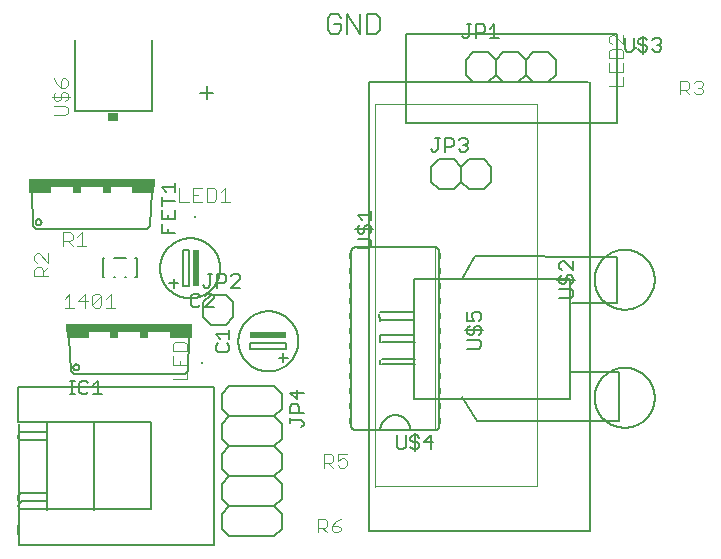
<source format=gbr>
G04 EAGLE Gerber X2 export*
%TF.Part,Single*%
%TF.FileFunction,Legend,Top,1*%
%TF.FilePolarity,Positive*%
%TF.GenerationSoftware,Autodesk,EAGLE,8.6.3*%
%TF.CreationDate,2018-07-14T15:57:14Z*%
G75*
%MOMM*%
%FSLAX34Y34*%
%LPD*%
%AMOC8*
5,1,8,0,0,1.08239X$1,22.5*%
G01*
%ADD10C,0.101600*%
%ADD11C,0.152400*%
%ADD12C,0.127000*%
%ADD13R,10.668000X0.762000*%
%ADD14R,1.905000X0.508000*%
%ADD15R,0.762000X0.508000*%
%ADD16C,0.000000*%
%ADD17R,3.048000X0.508000*%
%ADD18R,0.508000X3.048000*%
%ADD19C,0.203200*%
%ADD20R,0.863600X0.762000*%
%ADD21C,0.050800*%
%ADD22R,0.127000X0.508000*%
%ADD23R,0.200000X0.200000*%


D10*
X43108Y212204D02*
X47006Y216102D01*
X47006Y204408D01*
X43108Y204408D02*
X50904Y204408D01*
X60649Y204408D02*
X60649Y216102D01*
X54802Y210255D01*
X62598Y210255D01*
X66496Y206357D02*
X66496Y214153D01*
X68445Y216102D01*
X72343Y216102D01*
X74292Y214153D01*
X74292Y206357D01*
X72343Y204408D01*
X68445Y204408D01*
X66496Y206357D01*
X74292Y214153D01*
X78190Y212204D02*
X82088Y216102D01*
X82088Y204408D01*
X78190Y204408D02*
X85986Y204408D01*
D11*
X157862Y386397D02*
X168709Y386397D01*
X163285Y391820D02*
X163285Y380974D01*
X274297Y452832D02*
X277009Y450120D01*
X274297Y452832D02*
X268874Y452832D01*
X266162Y450120D01*
X266162Y439274D01*
X268874Y436562D01*
X274297Y436562D01*
X277009Y439274D01*
X277009Y444697D01*
X271585Y444697D01*
X282534Y436562D02*
X282534Y452832D01*
X293380Y436562D01*
X293380Y452832D01*
X298905Y452832D02*
X298905Y436562D01*
X307040Y436562D01*
X309752Y439274D01*
X309752Y450120D01*
X307040Y452832D01*
X298905Y452832D01*
D12*
X116800Y302470D02*
X115530Y273260D01*
X112990Y270720D01*
X19010Y270720D01*
X16470Y273260D01*
X15200Y302470D01*
X18502Y276816D02*
X18504Y276916D01*
X18510Y277017D01*
X18520Y277116D01*
X18534Y277216D01*
X18551Y277315D01*
X18573Y277413D01*
X18599Y277510D01*
X18628Y277606D01*
X18661Y277700D01*
X18698Y277794D01*
X18738Y277886D01*
X18782Y277976D01*
X18830Y278064D01*
X18881Y278151D01*
X18935Y278235D01*
X18993Y278317D01*
X19054Y278397D01*
X19118Y278474D01*
X19185Y278549D01*
X19255Y278621D01*
X19328Y278690D01*
X19403Y278756D01*
X19481Y278820D01*
X19561Y278880D01*
X19644Y278937D01*
X19729Y278990D01*
X19816Y279040D01*
X19905Y279087D01*
X19995Y279130D01*
X20087Y279170D01*
X20181Y279206D01*
X20276Y279238D01*
X20372Y279266D01*
X20470Y279291D01*
X20568Y279311D01*
X20667Y279328D01*
X20767Y279341D01*
X20866Y279350D01*
X20967Y279355D01*
X21067Y279356D01*
X21167Y279353D01*
X21268Y279346D01*
X21367Y279335D01*
X21467Y279320D01*
X21565Y279302D01*
X21663Y279279D01*
X21760Y279252D01*
X21855Y279222D01*
X21950Y279188D01*
X22043Y279150D01*
X22134Y279109D01*
X22224Y279064D01*
X22312Y279016D01*
X22398Y278964D01*
X22482Y278909D01*
X22563Y278850D01*
X22642Y278788D01*
X22719Y278724D01*
X22793Y278656D01*
X22864Y278585D01*
X22933Y278512D01*
X22998Y278436D01*
X23061Y278357D01*
X23120Y278276D01*
X23176Y278193D01*
X23229Y278108D01*
X23278Y278020D01*
X23324Y277931D01*
X23366Y277840D01*
X23405Y277747D01*
X23440Y277653D01*
X23471Y277558D01*
X23499Y277461D01*
X23522Y277364D01*
X23542Y277265D01*
X23558Y277166D01*
X23570Y277067D01*
X23578Y276966D01*
X23582Y276866D01*
X23582Y276766D01*
X23578Y276666D01*
X23570Y276565D01*
X23558Y276466D01*
X23542Y276367D01*
X23522Y276268D01*
X23499Y276171D01*
X23471Y276074D01*
X23440Y275979D01*
X23405Y275885D01*
X23366Y275792D01*
X23324Y275701D01*
X23278Y275612D01*
X23229Y275524D01*
X23176Y275439D01*
X23120Y275356D01*
X23061Y275275D01*
X22998Y275196D01*
X22933Y275120D01*
X22864Y275047D01*
X22793Y274976D01*
X22719Y274908D01*
X22642Y274844D01*
X22563Y274782D01*
X22482Y274723D01*
X22398Y274668D01*
X22312Y274616D01*
X22224Y274568D01*
X22134Y274523D01*
X22043Y274482D01*
X21950Y274444D01*
X21855Y274410D01*
X21760Y274380D01*
X21663Y274353D01*
X21565Y274330D01*
X21467Y274312D01*
X21367Y274297D01*
X21268Y274286D01*
X21167Y274279D01*
X21067Y274276D01*
X20967Y274277D01*
X20866Y274282D01*
X20767Y274291D01*
X20667Y274304D01*
X20568Y274321D01*
X20470Y274341D01*
X20372Y274366D01*
X20276Y274394D01*
X20181Y274426D01*
X20087Y274462D01*
X19995Y274502D01*
X19905Y274545D01*
X19816Y274592D01*
X19729Y274642D01*
X19644Y274695D01*
X19561Y274752D01*
X19481Y274812D01*
X19403Y274876D01*
X19328Y274942D01*
X19255Y275011D01*
X19185Y275083D01*
X19118Y275158D01*
X19054Y275235D01*
X18993Y275315D01*
X18935Y275397D01*
X18881Y275481D01*
X18830Y275568D01*
X18782Y275656D01*
X18738Y275746D01*
X18698Y275838D01*
X18661Y275932D01*
X18628Y276026D01*
X18599Y276122D01*
X18573Y276219D01*
X18551Y276317D01*
X18534Y276416D01*
X18520Y276516D01*
X18510Y276615D01*
X18504Y276716D01*
X18502Y276816D01*
D13*
X66000Y310090D03*
D14*
X22185Y303740D03*
D15*
X53300Y303740D03*
X78700Y303740D03*
D14*
X109815Y303740D03*
D12*
X125177Y267535D02*
X136617Y267535D01*
X125177Y267535D02*
X125177Y275162D01*
X130897Y271348D02*
X130897Y267535D01*
X125177Y279229D02*
X125177Y286855D01*
X125177Y279229D02*
X136617Y279229D01*
X136617Y286855D01*
X130897Y283042D02*
X130897Y279229D01*
X136617Y294736D02*
X125177Y294736D01*
X125177Y290923D02*
X125177Y298549D01*
X128991Y302617D02*
X125177Y306430D01*
X136617Y306430D01*
X136617Y302617D02*
X136617Y310243D01*
D11*
X104020Y246600D02*
X104020Y230400D01*
X75580Y230400D02*
X75580Y246600D01*
X84580Y246600D02*
X95020Y246600D01*
X85520Y230400D02*
X84580Y230400D01*
X94080Y230400D02*
X95020Y230400D01*
X76520Y230400D02*
X75580Y230400D01*
X103080Y230400D02*
X104020Y230400D01*
X104020Y246600D02*
X103080Y246600D01*
X76520Y246600D02*
X75580Y246600D01*
D12*
X148700Y179670D02*
X147430Y150460D01*
X144890Y147920D01*
X50910Y147920D01*
X48370Y150460D01*
X47100Y179670D01*
X50402Y154016D02*
X50404Y154116D01*
X50410Y154217D01*
X50420Y154316D01*
X50434Y154416D01*
X50451Y154515D01*
X50473Y154613D01*
X50499Y154710D01*
X50528Y154806D01*
X50561Y154900D01*
X50598Y154994D01*
X50638Y155086D01*
X50682Y155176D01*
X50730Y155264D01*
X50781Y155351D01*
X50835Y155435D01*
X50893Y155517D01*
X50954Y155597D01*
X51018Y155674D01*
X51085Y155749D01*
X51155Y155821D01*
X51228Y155890D01*
X51303Y155956D01*
X51381Y156020D01*
X51461Y156080D01*
X51544Y156137D01*
X51629Y156190D01*
X51716Y156240D01*
X51805Y156287D01*
X51895Y156330D01*
X51987Y156370D01*
X52081Y156406D01*
X52176Y156438D01*
X52272Y156466D01*
X52370Y156491D01*
X52468Y156511D01*
X52567Y156528D01*
X52667Y156541D01*
X52766Y156550D01*
X52867Y156555D01*
X52967Y156556D01*
X53067Y156553D01*
X53168Y156546D01*
X53267Y156535D01*
X53367Y156520D01*
X53465Y156502D01*
X53563Y156479D01*
X53660Y156452D01*
X53755Y156422D01*
X53850Y156388D01*
X53943Y156350D01*
X54034Y156309D01*
X54124Y156264D01*
X54212Y156216D01*
X54298Y156164D01*
X54382Y156109D01*
X54463Y156050D01*
X54542Y155988D01*
X54619Y155924D01*
X54693Y155856D01*
X54764Y155785D01*
X54833Y155712D01*
X54898Y155636D01*
X54961Y155557D01*
X55020Y155476D01*
X55076Y155393D01*
X55129Y155308D01*
X55178Y155220D01*
X55224Y155131D01*
X55266Y155040D01*
X55305Y154947D01*
X55340Y154853D01*
X55371Y154758D01*
X55399Y154661D01*
X55422Y154564D01*
X55442Y154465D01*
X55458Y154366D01*
X55470Y154267D01*
X55478Y154166D01*
X55482Y154066D01*
X55482Y153966D01*
X55478Y153866D01*
X55470Y153765D01*
X55458Y153666D01*
X55442Y153567D01*
X55422Y153468D01*
X55399Y153371D01*
X55371Y153274D01*
X55340Y153179D01*
X55305Y153085D01*
X55266Y152992D01*
X55224Y152901D01*
X55178Y152812D01*
X55129Y152724D01*
X55076Y152639D01*
X55020Y152556D01*
X54961Y152475D01*
X54898Y152396D01*
X54833Y152320D01*
X54764Y152247D01*
X54693Y152176D01*
X54619Y152108D01*
X54542Y152044D01*
X54463Y151982D01*
X54382Y151923D01*
X54298Y151868D01*
X54212Y151816D01*
X54124Y151768D01*
X54034Y151723D01*
X53943Y151682D01*
X53850Y151644D01*
X53755Y151610D01*
X53660Y151580D01*
X53563Y151553D01*
X53465Y151530D01*
X53367Y151512D01*
X53267Y151497D01*
X53168Y151486D01*
X53067Y151479D01*
X52967Y151476D01*
X52867Y151477D01*
X52766Y151482D01*
X52667Y151491D01*
X52567Y151504D01*
X52468Y151521D01*
X52370Y151541D01*
X52272Y151566D01*
X52176Y151594D01*
X52081Y151626D01*
X51987Y151662D01*
X51895Y151702D01*
X51805Y151745D01*
X51716Y151792D01*
X51629Y151842D01*
X51544Y151895D01*
X51461Y151952D01*
X51381Y152012D01*
X51303Y152076D01*
X51228Y152142D01*
X51155Y152211D01*
X51085Y152283D01*
X51018Y152358D01*
X50954Y152435D01*
X50893Y152515D01*
X50835Y152597D01*
X50781Y152681D01*
X50730Y152768D01*
X50682Y152856D01*
X50638Y152946D01*
X50598Y153038D01*
X50561Y153132D01*
X50528Y153226D01*
X50499Y153322D01*
X50473Y153419D01*
X50451Y153517D01*
X50434Y153616D01*
X50420Y153716D01*
X50410Y153815D01*
X50404Y153916D01*
X50402Y154016D01*
X51548Y131283D02*
X47735Y131283D01*
X49642Y131283D02*
X49642Y142723D01*
X51548Y142723D02*
X47735Y142723D01*
X61251Y142723D02*
X63157Y140816D01*
X61251Y142723D02*
X57438Y142723D01*
X55531Y140816D01*
X55531Y133190D01*
X57438Y131283D01*
X61251Y131283D01*
X63157Y133190D01*
X67225Y138910D02*
X71038Y142723D01*
X71038Y131283D01*
X67225Y131283D02*
X74851Y131283D01*
D13*
X97900Y187290D03*
D14*
X54085Y180940D03*
D15*
X85200Y180940D03*
X110600Y180940D03*
D14*
X141715Y180940D03*
D12*
X3600Y137540D02*
X3600Y107240D01*
X169500Y137540D02*
X169500Y3560D01*
X169500Y137540D02*
X3600Y137540D01*
X3600Y107240D02*
X28100Y107240D01*
X68100Y107240D01*
X116470Y107240D01*
X116470Y34210D01*
X4600Y34210D01*
X3600Y20560D02*
X4100Y3560D01*
X169500Y3560D01*
X68100Y33560D02*
X68100Y107240D01*
X28100Y107240D02*
X28100Y47560D01*
X28100Y40560D01*
X28100Y33560D01*
X4100Y102240D02*
X4100Y106240D01*
X4100Y102240D02*
X4102Y102133D01*
X4108Y102026D01*
X4117Y101919D01*
X4131Y101813D01*
X4148Y101707D01*
X4169Y101602D01*
X4193Y101498D01*
X4222Y101395D01*
X4254Y101293D01*
X4289Y101192D01*
X4328Y101092D01*
X4371Y100994D01*
X4417Y100897D01*
X4467Y100802D01*
X4520Y100709D01*
X4576Y100618D01*
X4636Y100529D01*
X4698Y100442D01*
X4764Y100358D01*
X4833Y100275D01*
X4904Y100196D01*
X4979Y100119D01*
X5056Y100044D01*
X5135Y99973D01*
X5218Y99904D01*
X5302Y99838D01*
X5389Y99776D01*
X5478Y99716D01*
X5569Y99660D01*
X5662Y99607D01*
X5757Y99557D01*
X5854Y99511D01*
X5952Y99468D01*
X6052Y99429D01*
X6153Y99394D01*
X6255Y99362D01*
X6358Y99333D01*
X6462Y99309D01*
X6567Y99288D01*
X6673Y99271D01*
X6779Y99257D01*
X6886Y99248D01*
X6993Y99242D01*
X7100Y99240D01*
X27100Y99240D01*
X4100Y33560D02*
X4100Y3560D01*
X4100Y33560D02*
X4100Y36560D01*
X4085Y36677D01*
X4074Y36795D01*
X4067Y36913D01*
X4064Y37031D01*
X4065Y37149D01*
X4070Y37267D01*
X4079Y37385D01*
X4092Y37503D01*
X4109Y37619D01*
X4129Y37736D01*
X4154Y37851D01*
X4182Y37966D01*
X4214Y38080D01*
X4250Y38192D01*
X4290Y38304D01*
X4333Y38414D01*
X4380Y38522D01*
X4431Y38629D01*
X4485Y38734D01*
X4543Y38837D01*
X4604Y38938D01*
X4668Y39037D01*
X4736Y39134D01*
X4807Y39229D01*
X4881Y39321D01*
X4958Y39410D01*
X5038Y39497D01*
X5121Y39581D01*
X5207Y39663D01*
X5295Y39741D01*
X5386Y39817D01*
X5479Y39889D01*
X5575Y39959D01*
X5673Y40025D01*
X5773Y40087D01*
X5875Y40147D01*
X5979Y40203D01*
X6085Y40255D01*
X6193Y40304D01*
X6302Y40349D01*
X6413Y40391D01*
X6525Y40429D01*
X6638Y40463D01*
X6752Y40493D01*
X6867Y40519D01*
X6983Y40542D01*
X7100Y40560D01*
X28100Y40560D01*
X4100Y41560D02*
X4100Y36560D01*
X4100Y41560D02*
X4043Y41679D01*
X3989Y41801D01*
X3938Y41923D01*
X3892Y42047D01*
X3849Y42173D01*
X3809Y42299D01*
X3774Y42427D01*
X3742Y42556D01*
X3714Y42685D01*
X3690Y42815D01*
X3670Y42946D01*
X3654Y43078D01*
X3642Y43210D01*
X3633Y43342D01*
X3629Y43475D01*
X3628Y43607D01*
X3632Y43740D01*
X3639Y43872D01*
X3650Y44004D01*
X3665Y44136D01*
X3684Y44267D01*
X3707Y44397D01*
X3734Y44527D01*
X3764Y44656D01*
X3799Y44784D01*
X3837Y44911D01*
X3879Y45037D01*
X3925Y45161D01*
X3974Y45284D01*
X4027Y45406D01*
X4083Y45526D01*
X4143Y45644D01*
X4207Y45760D01*
X4274Y45875D01*
X4344Y45987D01*
X4417Y46097D01*
X4494Y46205D01*
X4574Y46311D01*
X4657Y46414D01*
X4743Y46515D01*
X4832Y46613D01*
X4924Y46709D01*
X5019Y46801D01*
X5116Y46891D01*
X5216Y46978D01*
X5319Y47062D01*
X5424Y47143D01*
X5531Y47221D01*
X5641Y47295D01*
X5753Y47366D01*
X5867Y47434D01*
X5982Y47499D01*
X6100Y47560D01*
X28100Y47560D01*
X6100Y92240D02*
X5996Y92277D01*
X5893Y92317D01*
X5792Y92361D01*
X5692Y92409D01*
X5594Y92459D01*
X5498Y92514D01*
X5404Y92571D01*
X5312Y92632D01*
X5222Y92696D01*
X5134Y92763D01*
X5049Y92833D01*
X4966Y92906D01*
X4886Y92982D01*
X4809Y93061D01*
X4734Y93142D01*
X4662Y93226D01*
X4594Y93312D01*
X4528Y93401D01*
X4465Y93492D01*
X4406Y93585D01*
X4350Y93680D01*
X4297Y93777D01*
X4248Y93875D01*
X4202Y93976D01*
X4159Y94078D01*
X4121Y94181D01*
X4085Y94286D01*
X4054Y94392D01*
X4026Y94498D01*
X4002Y94606D01*
X3982Y94715D01*
X3966Y94824D01*
X3953Y94933D01*
X3944Y95043D01*
X3939Y95154D01*
X3938Y95264D01*
X3941Y95374D01*
X3947Y95485D01*
X3958Y95594D01*
X3972Y95704D01*
X3990Y95813D01*
X4012Y95921D01*
X4038Y96028D01*
X4067Y96135D01*
X4100Y96240D01*
X6100Y92240D02*
X27100Y92240D01*
X4100Y96240D02*
X4100Y102240D01*
X4100Y96240D02*
X4100Y33560D01*
D10*
X262510Y69118D02*
X262510Y80812D01*
X268357Y80812D01*
X270306Y78863D01*
X270306Y74965D01*
X268357Y73016D01*
X262510Y73016D01*
X266408Y73016D02*
X270306Y69118D01*
X274204Y80812D02*
X282000Y80812D01*
X274204Y80812D02*
X274204Y74965D01*
X278102Y76914D01*
X280051Y76914D01*
X282000Y74965D01*
X282000Y71067D01*
X280051Y69118D01*
X276153Y69118D01*
X274204Y71067D01*
X257418Y25792D02*
X257418Y14098D01*
X257418Y25792D02*
X263265Y25792D01*
X265214Y23843D01*
X265214Y19945D01*
X263265Y17996D01*
X257418Y17996D01*
X261316Y17996D02*
X265214Y14098D01*
X273010Y23843D02*
X276908Y25792D01*
X273010Y23843D02*
X269112Y19945D01*
X269112Y16047D01*
X271061Y14098D01*
X274959Y14098D01*
X276908Y16047D01*
X276908Y17996D01*
X274959Y19945D01*
X269112Y19945D01*
D16*
X306000Y53200D02*
X306000Y377200D01*
X443000Y377200D01*
X443000Y53200D01*
X306000Y53200D01*
X306000Y52200D01*
D12*
X462067Y212528D02*
X471600Y212528D01*
X473507Y214435D01*
X473507Y218248D01*
X471600Y220155D01*
X462067Y220155D01*
X471600Y224222D02*
X473507Y226129D01*
X473507Y229942D01*
X471600Y231848D01*
X469694Y231848D01*
X467787Y229942D01*
X467787Y226129D01*
X465881Y224222D01*
X463974Y224222D01*
X462067Y226129D01*
X462067Y229942D01*
X463974Y231848D01*
X460161Y228035D02*
X475414Y228035D01*
X473507Y235916D02*
X473507Y243542D01*
X473507Y235916D02*
X465881Y243542D01*
X463974Y243542D01*
X462067Y241636D01*
X462067Y237823D01*
X463974Y235916D01*
X379500Y228400D02*
X339100Y228400D01*
X379500Y228400D02*
X471400Y228400D01*
X471400Y127400D01*
X339100Y127400D01*
X339100Y228400D01*
X379500Y128400D02*
X392500Y108400D01*
X512500Y108400D01*
X512500Y150400D01*
X471500Y150400D01*
X379500Y228400D02*
X390500Y248400D01*
X510500Y247400D01*
X510500Y208400D01*
X472500Y208400D01*
X338500Y200400D02*
X310500Y200400D01*
X310500Y194400D02*
X338500Y194400D01*
X338500Y181400D02*
X310500Y181400D01*
X311500Y175400D02*
X339500Y175400D01*
X339500Y161400D02*
X311500Y161400D01*
X311500Y156400D02*
X339500Y156400D01*
X310500Y193400D02*
X309500Y199400D01*
X310500Y180400D02*
X310500Y175400D01*
X310500Y160400D02*
X310500Y156400D01*
X491900Y228200D02*
X491908Y228823D01*
X491931Y229446D01*
X491969Y230069D01*
X492022Y230690D01*
X492091Y231309D01*
X492175Y231927D01*
X492274Y232542D01*
X492388Y233155D01*
X492517Y233765D01*
X492661Y234372D01*
X492820Y234975D01*
X492994Y235573D01*
X493182Y236168D01*
X493385Y236757D01*
X493602Y237341D01*
X493833Y237920D01*
X494079Y238493D01*
X494339Y239060D01*
X494612Y239620D01*
X494899Y240173D01*
X495200Y240720D01*
X495514Y241258D01*
X495841Y241789D01*
X496181Y242311D01*
X496533Y242826D01*
X496899Y243331D01*
X497276Y243827D01*
X497666Y244314D01*
X498067Y244791D01*
X498480Y245258D01*
X498904Y245714D01*
X499339Y246161D01*
X499786Y246596D01*
X500242Y247020D01*
X500709Y247433D01*
X501186Y247834D01*
X501673Y248224D01*
X502169Y248601D01*
X502674Y248967D01*
X503189Y249319D01*
X503711Y249659D01*
X504242Y249986D01*
X504780Y250300D01*
X505327Y250601D01*
X505880Y250888D01*
X506440Y251161D01*
X507007Y251421D01*
X507580Y251667D01*
X508159Y251898D01*
X508743Y252115D01*
X509332Y252318D01*
X509927Y252506D01*
X510525Y252680D01*
X511128Y252839D01*
X511735Y252983D01*
X512345Y253112D01*
X512958Y253226D01*
X513573Y253325D01*
X514191Y253409D01*
X514810Y253478D01*
X515431Y253531D01*
X516054Y253569D01*
X516677Y253592D01*
X517300Y253600D01*
X517923Y253592D01*
X518546Y253569D01*
X519169Y253531D01*
X519790Y253478D01*
X520409Y253409D01*
X521027Y253325D01*
X521642Y253226D01*
X522255Y253112D01*
X522865Y252983D01*
X523472Y252839D01*
X524075Y252680D01*
X524673Y252506D01*
X525268Y252318D01*
X525857Y252115D01*
X526441Y251898D01*
X527020Y251667D01*
X527593Y251421D01*
X528160Y251161D01*
X528720Y250888D01*
X529273Y250601D01*
X529820Y250300D01*
X530358Y249986D01*
X530889Y249659D01*
X531411Y249319D01*
X531926Y248967D01*
X532431Y248601D01*
X532927Y248224D01*
X533414Y247834D01*
X533891Y247433D01*
X534358Y247020D01*
X534814Y246596D01*
X535261Y246161D01*
X535696Y245714D01*
X536120Y245258D01*
X536533Y244791D01*
X536934Y244314D01*
X537324Y243827D01*
X537701Y243331D01*
X538067Y242826D01*
X538419Y242311D01*
X538759Y241789D01*
X539086Y241258D01*
X539400Y240720D01*
X539701Y240173D01*
X539988Y239620D01*
X540261Y239060D01*
X540521Y238493D01*
X540767Y237920D01*
X540998Y237341D01*
X541215Y236757D01*
X541418Y236168D01*
X541606Y235573D01*
X541780Y234975D01*
X541939Y234372D01*
X542083Y233765D01*
X542212Y233155D01*
X542326Y232542D01*
X542425Y231927D01*
X542509Y231309D01*
X542578Y230690D01*
X542631Y230069D01*
X542669Y229446D01*
X542692Y228823D01*
X542700Y228200D01*
X542692Y227577D01*
X542669Y226954D01*
X542631Y226331D01*
X542578Y225710D01*
X542509Y225091D01*
X542425Y224473D01*
X542326Y223858D01*
X542212Y223245D01*
X542083Y222635D01*
X541939Y222028D01*
X541780Y221425D01*
X541606Y220827D01*
X541418Y220232D01*
X541215Y219643D01*
X540998Y219059D01*
X540767Y218480D01*
X540521Y217907D01*
X540261Y217340D01*
X539988Y216780D01*
X539701Y216227D01*
X539400Y215680D01*
X539086Y215142D01*
X538759Y214611D01*
X538419Y214089D01*
X538067Y213574D01*
X537701Y213069D01*
X537324Y212573D01*
X536934Y212086D01*
X536533Y211609D01*
X536120Y211142D01*
X535696Y210686D01*
X535261Y210239D01*
X534814Y209804D01*
X534358Y209380D01*
X533891Y208967D01*
X533414Y208566D01*
X532927Y208176D01*
X532431Y207799D01*
X531926Y207433D01*
X531411Y207081D01*
X530889Y206741D01*
X530358Y206414D01*
X529820Y206100D01*
X529273Y205799D01*
X528720Y205512D01*
X528160Y205239D01*
X527593Y204979D01*
X527020Y204733D01*
X526441Y204502D01*
X525857Y204285D01*
X525268Y204082D01*
X524673Y203894D01*
X524075Y203720D01*
X523472Y203561D01*
X522865Y203417D01*
X522255Y203288D01*
X521642Y203174D01*
X521027Y203075D01*
X520409Y202991D01*
X519790Y202922D01*
X519169Y202869D01*
X518546Y202831D01*
X517923Y202808D01*
X517300Y202800D01*
X516677Y202808D01*
X516054Y202831D01*
X515431Y202869D01*
X514810Y202922D01*
X514191Y202991D01*
X513573Y203075D01*
X512958Y203174D01*
X512345Y203288D01*
X511735Y203417D01*
X511128Y203561D01*
X510525Y203720D01*
X509927Y203894D01*
X509332Y204082D01*
X508743Y204285D01*
X508159Y204502D01*
X507580Y204733D01*
X507007Y204979D01*
X506440Y205239D01*
X505880Y205512D01*
X505327Y205799D01*
X504780Y206100D01*
X504242Y206414D01*
X503711Y206741D01*
X503189Y207081D01*
X502674Y207433D01*
X502169Y207799D01*
X501673Y208176D01*
X501186Y208566D01*
X500709Y208967D01*
X500242Y209380D01*
X499786Y209804D01*
X499339Y210239D01*
X498904Y210686D01*
X498480Y211142D01*
X498067Y211609D01*
X497666Y212086D01*
X497276Y212573D01*
X496899Y213069D01*
X496533Y213574D01*
X496181Y214089D01*
X495841Y214611D01*
X495514Y215142D01*
X495200Y215680D01*
X494899Y216227D01*
X494612Y216780D01*
X494339Y217340D01*
X494079Y217907D01*
X493833Y218480D01*
X493602Y219059D01*
X493385Y219643D01*
X493182Y220232D01*
X492994Y220827D01*
X492820Y221425D01*
X492661Y222028D01*
X492517Y222635D01*
X492388Y223245D01*
X492274Y223858D01*
X492175Y224473D01*
X492091Y225091D01*
X492022Y225710D01*
X491969Y226331D01*
X491931Y226954D01*
X491908Y227577D01*
X491900Y228200D01*
X491900Y128200D02*
X491908Y128823D01*
X491931Y129446D01*
X491969Y130069D01*
X492022Y130690D01*
X492091Y131309D01*
X492175Y131927D01*
X492274Y132542D01*
X492388Y133155D01*
X492517Y133765D01*
X492661Y134372D01*
X492820Y134975D01*
X492994Y135573D01*
X493182Y136168D01*
X493385Y136757D01*
X493602Y137341D01*
X493833Y137920D01*
X494079Y138493D01*
X494339Y139060D01*
X494612Y139620D01*
X494899Y140173D01*
X495200Y140720D01*
X495514Y141258D01*
X495841Y141789D01*
X496181Y142311D01*
X496533Y142826D01*
X496899Y143331D01*
X497276Y143827D01*
X497666Y144314D01*
X498067Y144791D01*
X498480Y145258D01*
X498904Y145714D01*
X499339Y146161D01*
X499786Y146596D01*
X500242Y147020D01*
X500709Y147433D01*
X501186Y147834D01*
X501673Y148224D01*
X502169Y148601D01*
X502674Y148967D01*
X503189Y149319D01*
X503711Y149659D01*
X504242Y149986D01*
X504780Y150300D01*
X505327Y150601D01*
X505880Y150888D01*
X506440Y151161D01*
X507007Y151421D01*
X507580Y151667D01*
X508159Y151898D01*
X508743Y152115D01*
X509332Y152318D01*
X509927Y152506D01*
X510525Y152680D01*
X511128Y152839D01*
X511735Y152983D01*
X512345Y153112D01*
X512958Y153226D01*
X513573Y153325D01*
X514191Y153409D01*
X514810Y153478D01*
X515431Y153531D01*
X516054Y153569D01*
X516677Y153592D01*
X517300Y153600D01*
X517923Y153592D01*
X518546Y153569D01*
X519169Y153531D01*
X519790Y153478D01*
X520409Y153409D01*
X521027Y153325D01*
X521642Y153226D01*
X522255Y153112D01*
X522865Y152983D01*
X523472Y152839D01*
X524075Y152680D01*
X524673Y152506D01*
X525268Y152318D01*
X525857Y152115D01*
X526441Y151898D01*
X527020Y151667D01*
X527593Y151421D01*
X528160Y151161D01*
X528720Y150888D01*
X529273Y150601D01*
X529820Y150300D01*
X530358Y149986D01*
X530889Y149659D01*
X531411Y149319D01*
X531926Y148967D01*
X532431Y148601D01*
X532927Y148224D01*
X533414Y147834D01*
X533891Y147433D01*
X534358Y147020D01*
X534814Y146596D01*
X535261Y146161D01*
X535696Y145714D01*
X536120Y145258D01*
X536533Y144791D01*
X536934Y144314D01*
X537324Y143827D01*
X537701Y143331D01*
X538067Y142826D01*
X538419Y142311D01*
X538759Y141789D01*
X539086Y141258D01*
X539400Y140720D01*
X539701Y140173D01*
X539988Y139620D01*
X540261Y139060D01*
X540521Y138493D01*
X540767Y137920D01*
X540998Y137341D01*
X541215Y136757D01*
X541418Y136168D01*
X541606Y135573D01*
X541780Y134975D01*
X541939Y134372D01*
X542083Y133765D01*
X542212Y133155D01*
X542326Y132542D01*
X542425Y131927D01*
X542509Y131309D01*
X542578Y130690D01*
X542631Y130069D01*
X542669Y129446D01*
X542692Y128823D01*
X542700Y128200D01*
X542692Y127577D01*
X542669Y126954D01*
X542631Y126331D01*
X542578Y125710D01*
X542509Y125091D01*
X542425Y124473D01*
X542326Y123858D01*
X542212Y123245D01*
X542083Y122635D01*
X541939Y122028D01*
X541780Y121425D01*
X541606Y120827D01*
X541418Y120232D01*
X541215Y119643D01*
X540998Y119059D01*
X540767Y118480D01*
X540521Y117907D01*
X540261Y117340D01*
X539988Y116780D01*
X539701Y116227D01*
X539400Y115680D01*
X539086Y115142D01*
X538759Y114611D01*
X538419Y114089D01*
X538067Y113574D01*
X537701Y113069D01*
X537324Y112573D01*
X536934Y112086D01*
X536533Y111609D01*
X536120Y111142D01*
X535696Y110686D01*
X535261Y110239D01*
X534814Y109804D01*
X534358Y109380D01*
X533891Y108967D01*
X533414Y108566D01*
X532927Y108176D01*
X532431Y107799D01*
X531926Y107433D01*
X531411Y107081D01*
X530889Y106741D01*
X530358Y106414D01*
X529820Y106100D01*
X529273Y105799D01*
X528720Y105512D01*
X528160Y105239D01*
X527593Y104979D01*
X527020Y104733D01*
X526441Y104502D01*
X525857Y104285D01*
X525268Y104082D01*
X524673Y103894D01*
X524075Y103720D01*
X523472Y103561D01*
X522865Y103417D01*
X522255Y103288D01*
X521642Y103174D01*
X521027Y103075D01*
X520409Y102991D01*
X519790Y102922D01*
X519169Y102869D01*
X518546Y102831D01*
X517923Y102808D01*
X517300Y102800D01*
X516677Y102808D01*
X516054Y102831D01*
X515431Y102869D01*
X514810Y102922D01*
X514191Y102991D01*
X513573Y103075D01*
X512958Y103174D01*
X512345Y103288D01*
X511735Y103417D01*
X511128Y103561D01*
X510525Y103720D01*
X509927Y103894D01*
X509332Y104082D01*
X508743Y104285D01*
X508159Y104502D01*
X507580Y104733D01*
X507007Y104979D01*
X506440Y105239D01*
X505880Y105512D01*
X505327Y105799D01*
X504780Y106100D01*
X504242Y106414D01*
X503711Y106741D01*
X503189Y107081D01*
X502674Y107433D01*
X502169Y107799D01*
X501673Y108176D01*
X501186Y108566D01*
X500709Y108967D01*
X500242Y109380D01*
X499786Y109804D01*
X499339Y110239D01*
X498904Y110686D01*
X498480Y111142D01*
X498067Y111609D01*
X497666Y112086D01*
X497276Y112573D01*
X496899Y113069D01*
X496533Y113574D01*
X496181Y114089D01*
X495841Y114611D01*
X495514Y115142D01*
X495200Y115680D01*
X494899Y116227D01*
X494612Y116780D01*
X494339Y117340D01*
X494079Y117907D01*
X493833Y118480D01*
X493602Y119059D01*
X493385Y119643D01*
X493182Y120232D01*
X492994Y120827D01*
X492820Y121425D01*
X492661Y122028D01*
X492517Y122635D01*
X492388Y123245D01*
X492274Y123858D01*
X492175Y124473D01*
X492091Y125091D01*
X492022Y125710D01*
X491969Y126331D01*
X491931Y126954D01*
X491908Y127577D01*
X491900Y128200D01*
X393708Y169703D02*
X384175Y169703D01*
X393708Y169703D02*
X395615Y171610D01*
X395615Y175423D01*
X393708Y177330D01*
X384175Y177330D01*
X393708Y181397D02*
X395615Y183304D01*
X395615Y187117D01*
X393708Y189024D01*
X391802Y189024D01*
X389895Y187117D01*
X389895Y183304D01*
X387989Y181397D01*
X386082Y181397D01*
X384175Y183304D01*
X384175Y187117D01*
X386082Y189024D01*
X382269Y185210D02*
X397522Y185210D01*
X384175Y193091D02*
X384175Y200717D01*
X384175Y193091D02*
X389895Y193091D01*
X387989Y196904D01*
X387989Y198811D01*
X389895Y200717D01*
X393708Y200717D01*
X395615Y198811D01*
X395615Y194998D01*
X393708Y193091D01*
X332400Y361100D02*
X332400Y436400D01*
X510400Y436400D01*
X510400Y361100D01*
X332400Y361100D01*
X517285Y423092D02*
X517285Y432625D01*
X517285Y423092D02*
X519192Y421185D01*
X523005Y421185D01*
X524912Y423092D01*
X524912Y432625D01*
X528979Y423092D02*
X530886Y421185D01*
X534699Y421185D01*
X536605Y423092D01*
X536605Y424998D01*
X534699Y426905D01*
X530886Y426905D01*
X528979Y428812D01*
X528979Y430718D01*
X530886Y432625D01*
X534699Y432625D01*
X536605Y430718D01*
X532792Y434531D02*
X532792Y419278D01*
X540673Y430718D02*
X542580Y432625D01*
X546393Y432625D01*
X548299Y430718D01*
X548299Y428812D01*
X546393Y426905D01*
X544486Y426905D01*
X546393Y426905D02*
X548299Y424998D01*
X548299Y423092D01*
X546393Y421185D01*
X542580Y421185D01*
X540673Y423092D01*
D11*
X452750Y395100D02*
X440050Y395100D01*
X433700Y401450D01*
X433700Y414150D01*
X440050Y420500D01*
X433700Y401450D02*
X427350Y395100D01*
X414650Y395100D01*
X408300Y401450D01*
X408300Y414150D01*
X414650Y420500D01*
X427350Y420500D01*
X433700Y414150D01*
X459100Y414150D02*
X459100Y401450D01*
X452750Y395100D01*
X459100Y414150D02*
X452750Y420500D01*
X440050Y420500D01*
X408300Y401450D02*
X401950Y395100D01*
X389250Y395100D01*
X382900Y401450D01*
X382900Y414150D01*
X389250Y420500D01*
X401950Y420500D01*
X408300Y414150D01*
D12*
X381622Y432947D02*
X379715Y434854D01*
X381622Y432947D02*
X383528Y432947D01*
X385435Y434854D01*
X385435Y444387D01*
X383528Y444387D02*
X387342Y444387D01*
X391409Y444387D02*
X391409Y432947D01*
X391409Y444387D02*
X397129Y444387D01*
X399036Y442480D01*
X399036Y438667D01*
X397129Y436760D01*
X391409Y436760D01*
X403103Y440574D02*
X406916Y444387D01*
X406916Y432947D01*
X403103Y432947D02*
X410729Y432947D01*
X230840Y174730D02*
X230840Y169650D01*
X230840Y174730D02*
X200360Y174730D01*
X200360Y169650D01*
X224490Y162030D02*
X232110Y162030D01*
X228300Y158220D02*
X228300Y165840D01*
X230840Y169650D02*
X200360Y169650D01*
X190200Y176000D02*
X190208Y176623D01*
X190231Y177246D01*
X190269Y177869D01*
X190322Y178490D01*
X190391Y179109D01*
X190475Y179727D01*
X190574Y180342D01*
X190688Y180955D01*
X190817Y181565D01*
X190961Y182172D01*
X191120Y182775D01*
X191294Y183373D01*
X191482Y183968D01*
X191685Y184557D01*
X191902Y185141D01*
X192133Y185720D01*
X192379Y186293D01*
X192639Y186860D01*
X192912Y187420D01*
X193199Y187973D01*
X193500Y188520D01*
X193814Y189058D01*
X194141Y189589D01*
X194481Y190111D01*
X194833Y190626D01*
X195199Y191131D01*
X195576Y191627D01*
X195966Y192114D01*
X196367Y192591D01*
X196780Y193058D01*
X197204Y193514D01*
X197639Y193961D01*
X198086Y194396D01*
X198542Y194820D01*
X199009Y195233D01*
X199486Y195634D01*
X199973Y196024D01*
X200469Y196401D01*
X200974Y196767D01*
X201489Y197119D01*
X202011Y197459D01*
X202542Y197786D01*
X203080Y198100D01*
X203627Y198401D01*
X204180Y198688D01*
X204740Y198961D01*
X205307Y199221D01*
X205880Y199467D01*
X206459Y199698D01*
X207043Y199915D01*
X207632Y200118D01*
X208227Y200306D01*
X208825Y200480D01*
X209428Y200639D01*
X210035Y200783D01*
X210645Y200912D01*
X211258Y201026D01*
X211873Y201125D01*
X212491Y201209D01*
X213110Y201278D01*
X213731Y201331D01*
X214354Y201369D01*
X214977Y201392D01*
X215600Y201400D01*
X216223Y201392D01*
X216846Y201369D01*
X217469Y201331D01*
X218090Y201278D01*
X218709Y201209D01*
X219327Y201125D01*
X219942Y201026D01*
X220555Y200912D01*
X221165Y200783D01*
X221772Y200639D01*
X222375Y200480D01*
X222973Y200306D01*
X223568Y200118D01*
X224157Y199915D01*
X224741Y199698D01*
X225320Y199467D01*
X225893Y199221D01*
X226460Y198961D01*
X227020Y198688D01*
X227573Y198401D01*
X228120Y198100D01*
X228658Y197786D01*
X229189Y197459D01*
X229711Y197119D01*
X230226Y196767D01*
X230731Y196401D01*
X231227Y196024D01*
X231714Y195634D01*
X232191Y195233D01*
X232658Y194820D01*
X233114Y194396D01*
X233561Y193961D01*
X233996Y193514D01*
X234420Y193058D01*
X234833Y192591D01*
X235234Y192114D01*
X235624Y191627D01*
X236001Y191131D01*
X236367Y190626D01*
X236719Y190111D01*
X237059Y189589D01*
X237386Y189058D01*
X237700Y188520D01*
X238001Y187973D01*
X238288Y187420D01*
X238561Y186860D01*
X238821Y186293D01*
X239067Y185720D01*
X239298Y185141D01*
X239515Y184557D01*
X239718Y183968D01*
X239906Y183373D01*
X240080Y182775D01*
X240239Y182172D01*
X240383Y181565D01*
X240512Y180955D01*
X240626Y180342D01*
X240725Y179727D01*
X240809Y179109D01*
X240878Y178490D01*
X240931Y177869D01*
X240969Y177246D01*
X240992Y176623D01*
X241000Y176000D01*
X240992Y175377D01*
X240969Y174754D01*
X240931Y174131D01*
X240878Y173510D01*
X240809Y172891D01*
X240725Y172273D01*
X240626Y171658D01*
X240512Y171045D01*
X240383Y170435D01*
X240239Y169828D01*
X240080Y169225D01*
X239906Y168627D01*
X239718Y168032D01*
X239515Y167443D01*
X239298Y166859D01*
X239067Y166280D01*
X238821Y165707D01*
X238561Y165140D01*
X238288Y164580D01*
X238001Y164027D01*
X237700Y163480D01*
X237386Y162942D01*
X237059Y162411D01*
X236719Y161889D01*
X236367Y161374D01*
X236001Y160869D01*
X235624Y160373D01*
X235234Y159886D01*
X234833Y159409D01*
X234420Y158942D01*
X233996Y158486D01*
X233561Y158039D01*
X233114Y157604D01*
X232658Y157180D01*
X232191Y156767D01*
X231714Y156366D01*
X231227Y155976D01*
X230731Y155599D01*
X230226Y155233D01*
X229711Y154881D01*
X229189Y154541D01*
X228658Y154214D01*
X228120Y153900D01*
X227573Y153599D01*
X227020Y153312D01*
X226460Y153039D01*
X225893Y152779D01*
X225320Y152533D01*
X224741Y152302D01*
X224157Y152085D01*
X223568Y151882D01*
X222973Y151694D01*
X222375Y151520D01*
X221772Y151361D01*
X221165Y151217D01*
X220555Y151088D01*
X219942Y150974D01*
X219327Y150875D01*
X218709Y150791D01*
X218090Y150722D01*
X217469Y150669D01*
X216846Y150631D01*
X216223Y150608D01*
X215600Y150600D01*
X214977Y150608D01*
X214354Y150631D01*
X213731Y150669D01*
X213110Y150722D01*
X212491Y150791D01*
X211873Y150875D01*
X211258Y150974D01*
X210645Y151088D01*
X210035Y151217D01*
X209428Y151361D01*
X208825Y151520D01*
X208227Y151694D01*
X207632Y151882D01*
X207043Y152085D01*
X206459Y152302D01*
X205880Y152533D01*
X205307Y152779D01*
X204740Y153039D01*
X204180Y153312D01*
X203627Y153599D01*
X203080Y153900D01*
X202542Y154214D01*
X202011Y154541D01*
X201489Y154881D01*
X200974Y155233D01*
X200469Y155599D01*
X199973Y155976D01*
X199486Y156366D01*
X199009Y156767D01*
X198542Y157180D01*
X198086Y157604D01*
X197639Y158039D01*
X197204Y158486D01*
X196780Y158942D01*
X196367Y159409D01*
X195966Y159886D01*
X195576Y160373D01*
X195199Y160869D01*
X194833Y161374D01*
X194481Y161889D01*
X194141Y162411D01*
X193814Y162942D01*
X193500Y163480D01*
X193199Y164027D01*
X192912Y164580D01*
X192639Y165140D01*
X192379Y165707D01*
X192133Y166280D01*
X191902Y166859D01*
X191685Y167443D01*
X191482Y168032D01*
X191294Y168627D01*
X191120Y169225D01*
X190961Y169828D01*
X190817Y170435D01*
X190688Y171045D01*
X190574Y171658D01*
X190475Y172273D01*
X190391Y172891D01*
X190322Y173510D01*
X190269Y174131D01*
X190231Y174754D01*
X190208Y175377D01*
X190200Y176000D01*
D17*
X215600Y181080D03*
D12*
X173182Y174262D02*
X171275Y172355D01*
X171275Y168542D01*
X173182Y166635D01*
X180808Y166635D01*
X182715Y168542D01*
X182715Y172355D01*
X180808Y174262D01*
X175089Y178329D02*
X171275Y182142D01*
X182715Y182142D01*
X182715Y178329D02*
X182715Y185955D01*
X148130Y222560D02*
X143050Y222560D01*
X148130Y222560D02*
X148130Y253040D01*
X143050Y253040D01*
X135430Y228910D02*
X135430Y221290D01*
X131620Y225100D02*
X139240Y225100D01*
X143050Y222560D02*
X143050Y253040D01*
X124000Y237800D02*
X124008Y238423D01*
X124031Y239046D01*
X124069Y239669D01*
X124122Y240290D01*
X124191Y240909D01*
X124275Y241527D01*
X124374Y242142D01*
X124488Y242755D01*
X124617Y243365D01*
X124761Y243972D01*
X124920Y244575D01*
X125094Y245173D01*
X125282Y245768D01*
X125485Y246357D01*
X125702Y246941D01*
X125933Y247520D01*
X126179Y248093D01*
X126439Y248660D01*
X126712Y249220D01*
X126999Y249773D01*
X127300Y250320D01*
X127614Y250858D01*
X127941Y251389D01*
X128281Y251911D01*
X128633Y252426D01*
X128999Y252931D01*
X129376Y253427D01*
X129766Y253914D01*
X130167Y254391D01*
X130580Y254858D01*
X131004Y255314D01*
X131439Y255761D01*
X131886Y256196D01*
X132342Y256620D01*
X132809Y257033D01*
X133286Y257434D01*
X133773Y257824D01*
X134269Y258201D01*
X134774Y258567D01*
X135289Y258919D01*
X135811Y259259D01*
X136342Y259586D01*
X136880Y259900D01*
X137427Y260201D01*
X137980Y260488D01*
X138540Y260761D01*
X139107Y261021D01*
X139680Y261267D01*
X140259Y261498D01*
X140843Y261715D01*
X141432Y261918D01*
X142027Y262106D01*
X142625Y262280D01*
X143228Y262439D01*
X143835Y262583D01*
X144445Y262712D01*
X145058Y262826D01*
X145673Y262925D01*
X146291Y263009D01*
X146910Y263078D01*
X147531Y263131D01*
X148154Y263169D01*
X148777Y263192D01*
X149400Y263200D01*
X150023Y263192D01*
X150646Y263169D01*
X151269Y263131D01*
X151890Y263078D01*
X152509Y263009D01*
X153127Y262925D01*
X153742Y262826D01*
X154355Y262712D01*
X154965Y262583D01*
X155572Y262439D01*
X156175Y262280D01*
X156773Y262106D01*
X157368Y261918D01*
X157957Y261715D01*
X158541Y261498D01*
X159120Y261267D01*
X159693Y261021D01*
X160260Y260761D01*
X160820Y260488D01*
X161373Y260201D01*
X161920Y259900D01*
X162458Y259586D01*
X162989Y259259D01*
X163511Y258919D01*
X164026Y258567D01*
X164531Y258201D01*
X165027Y257824D01*
X165514Y257434D01*
X165991Y257033D01*
X166458Y256620D01*
X166914Y256196D01*
X167361Y255761D01*
X167796Y255314D01*
X168220Y254858D01*
X168633Y254391D01*
X169034Y253914D01*
X169424Y253427D01*
X169801Y252931D01*
X170167Y252426D01*
X170519Y251911D01*
X170859Y251389D01*
X171186Y250858D01*
X171500Y250320D01*
X171801Y249773D01*
X172088Y249220D01*
X172361Y248660D01*
X172621Y248093D01*
X172867Y247520D01*
X173098Y246941D01*
X173315Y246357D01*
X173518Y245768D01*
X173706Y245173D01*
X173880Y244575D01*
X174039Y243972D01*
X174183Y243365D01*
X174312Y242755D01*
X174426Y242142D01*
X174525Y241527D01*
X174609Y240909D01*
X174678Y240290D01*
X174731Y239669D01*
X174769Y239046D01*
X174792Y238423D01*
X174800Y237800D01*
X174792Y237177D01*
X174769Y236554D01*
X174731Y235931D01*
X174678Y235310D01*
X174609Y234691D01*
X174525Y234073D01*
X174426Y233458D01*
X174312Y232845D01*
X174183Y232235D01*
X174039Y231628D01*
X173880Y231025D01*
X173706Y230427D01*
X173518Y229832D01*
X173315Y229243D01*
X173098Y228659D01*
X172867Y228080D01*
X172621Y227507D01*
X172361Y226940D01*
X172088Y226380D01*
X171801Y225827D01*
X171500Y225280D01*
X171186Y224742D01*
X170859Y224211D01*
X170519Y223689D01*
X170167Y223174D01*
X169801Y222669D01*
X169424Y222173D01*
X169034Y221686D01*
X168633Y221209D01*
X168220Y220742D01*
X167796Y220286D01*
X167361Y219839D01*
X166914Y219404D01*
X166458Y218980D01*
X165991Y218567D01*
X165514Y218166D01*
X165027Y217776D01*
X164531Y217399D01*
X164026Y217033D01*
X163511Y216681D01*
X162989Y216341D01*
X162458Y216014D01*
X161920Y215700D01*
X161373Y215399D01*
X160820Y215112D01*
X160260Y214839D01*
X159693Y214579D01*
X159120Y214333D01*
X158541Y214102D01*
X157957Y213885D01*
X157368Y213682D01*
X156773Y213494D01*
X156175Y213320D01*
X155572Y213161D01*
X154965Y213017D01*
X154355Y212888D01*
X153742Y212774D01*
X153127Y212675D01*
X152509Y212591D01*
X151890Y212522D01*
X151269Y212469D01*
X150646Y212431D01*
X150023Y212408D01*
X149400Y212400D01*
X148777Y212408D01*
X148154Y212431D01*
X147531Y212469D01*
X146910Y212522D01*
X146291Y212591D01*
X145673Y212675D01*
X145058Y212774D01*
X144445Y212888D01*
X143835Y213017D01*
X143228Y213161D01*
X142625Y213320D01*
X142027Y213494D01*
X141432Y213682D01*
X140843Y213885D01*
X140259Y214102D01*
X139680Y214333D01*
X139107Y214579D01*
X138540Y214839D01*
X137980Y215112D01*
X137427Y215399D01*
X136880Y215700D01*
X136342Y216014D01*
X135811Y216341D01*
X135289Y216681D01*
X134774Y217033D01*
X134269Y217399D01*
X133773Y217776D01*
X133286Y218166D01*
X132809Y218567D01*
X132342Y218980D01*
X131886Y219404D01*
X131439Y219839D01*
X131004Y220286D01*
X130580Y220742D01*
X130167Y221209D01*
X129766Y221686D01*
X129376Y222173D01*
X128999Y222669D01*
X128633Y223174D01*
X128281Y223689D01*
X127941Y224211D01*
X127614Y224742D01*
X127300Y225280D01*
X126999Y225827D01*
X126712Y226380D01*
X126439Y226940D01*
X126179Y227507D01*
X125933Y228080D01*
X125702Y228659D01*
X125485Y229243D01*
X125282Y229832D01*
X125094Y230427D01*
X124920Y231025D01*
X124761Y231628D01*
X124617Y232235D01*
X124488Y232845D01*
X124374Y233458D01*
X124275Y234073D01*
X124191Y234691D01*
X124122Y235310D01*
X124069Y235931D01*
X124031Y236554D01*
X124008Y237177D01*
X124000Y237800D01*
D18*
X154480Y237800D03*
D12*
X155755Y216225D02*
X157662Y214318D01*
X155755Y216225D02*
X151942Y216225D01*
X150035Y214318D01*
X150035Y206692D01*
X151942Y204785D01*
X155755Y204785D01*
X157662Y206692D01*
X161729Y204785D02*
X169355Y204785D01*
X161729Y204785D02*
X169355Y212412D01*
X169355Y214318D01*
X167449Y216225D01*
X163636Y216225D01*
X161729Y214318D01*
D19*
X117070Y370710D02*
X117066Y430654D01*
X117070Y370710D02*
X51530Y370710D01*
X51534Y430654D01*
D10*
X43743Y367408D02*
X33998Y367408D01*
X43743Y367408D02*
X45692Y369357D01*
X45692Y373255D01*
X43743Y375204D01*
X33998Y375204D01*
X43743Y379102D02*
X45692Y381051D01*
X45692Y384949D01*
X43743Y386898D01*
X41794Y386898D01*
X39845Y384949D01*
X39845Y381051D01*
X37896Y379102D01*
X35947Y379102D01*
X33998Y381051D01*
X33998Y384949D01*
X35947Y386898D01*
X32049Y383000D02*
X47641Y383000D01*
X35947Y394694D02*
X33998Y398592D01*
X35947Y394694D02*
X39845Y390796D01*
X43743Y390796D01*
X45692Y392745D01*
X45692Y396643D01*
X43743Y398592D01*
X41794Y398592D01*
X39845Y396643D01*
X39845Y390796D01*
D20*
X84300Y365884D03*
D10*
X42018Y268292D02*
X42018Y256598D01*
X42018Y268292D02*
X47865Y268292D01*
X49814Y266343D01*
X49814Y262445D01*
X47865Y260496D01*
X42018Y260496D01*
X45916Y260496D02*
X49814Y256598D01*
X53712Y264394D02*
X57610Y268292D01*
X57610Y256598D01*
X53712Y256598D02*
X61508Y256598D01*
X29082Y230910D02*
X17388Y230910D01*
X17388Y236757D01*
X19337Y238706D01*
X23235Y238706D01*
X25184Y236757D01*
X25184Y230910D01*
X25184Y234808D02*
X29082Y238706D01*
X29082Y242604D02*
X29082Y250400D01*
X29082Y242604D02*
X21286Y250400D01*
X19337Y250400D01*
X17388Y248451D01*
X17388Y244553D01*
X19337Y242604D01*
D11*
X285762Y251960D02*
X285762Y104640D01*
X360438Y251960D02*
X360436Y252082D01*
X360430Y252204D01*
X360420Y252326D01*
X360407Y252447D01*
X360389Y252568D01*
X360368Y252688D01*
X360342Y252808D01*
X360313Y252926D01*
X360281Y253044D01*
X360244Y253161D01*
X360204Y253276D01*
X360160Y253390D01*
X360112Y253502D01*
X360061Y253613D01*
X360006Y253722D01*
X359948Y253830D01*
X359886Y253935D01*
X359821Y254038D01*
X359753Y254140D01*
X359681Y254239D01*
X359607Y254335D01*
X359529Y254430D01*
X359448Y254521D01*
X359365Y254611D01*
X359279Y254697D01*
X359189Y254780D01*
X359098Y254861D01*
X359003Y254939D01*
X358907Y255013D01*
X358808Y255085D01*
X358706Y255153D01*
X358603Y255218D01*
X358498Y255280D01*
X358390Y255338D01*
X358281Y255393D01*
X358170Y255444D01*
X358058Y255492D01*
X357944Y255536D01*
X357829Y255576D01*
X357712Y255613D01*
X357594Y255645D01*
X357476Y255674D01*
X357356Y255700D01*
X357236Y255721D01*
X357115Y255739D01*
X356994Y255752D01*
X356872Y255762D01*
X356750Y255768D01*
X356628Y255770D01*
X285762Y104640D02*
X285764Y104518D01*
X285770Y104396D01*
X285780Y104274D01*
X285793Y104153D01*
X285811Y104032D01*
X285832Y103912D01*
X285858Y103792D01*
X285887Y103674D01*
X285919Y103556D01*
X285956Y103439D01*
X285996Y103324D01*
X286040Y103210D01*
X286088Y103098D01*
X286139Y102987D01*
X286194Y102878D01*
X286252Y102770D01*
X286314Y102665D01*
X286379Y102562D01*
X286447Y102460D01*
X286519Y102361D01*
X286593Y102265D01*
X286671Y102170D01*
X286752Y102079D01*
X286835Y101989D01*
X286921Y101903D01*
X287011Y101820D01*
X287102Y101739D01*
X287197Y101661D01*
X287293Y101587D01*
X287392Y101515D01*
X287494Y101447D01*
X287597Y101382D01*
X287702Y101320D01*
X287810Y101262D01*
X287919Y101207D01*
X288030Y101156D01*
X288142Y101108D01*
X288256Y101064D01*
X288371Y101024D01*
X288488Y100987D01*
X288606Y100955D01*
X288724Y100926D01*
X288844Y100900D01*
X288964Y100879D01*
X289085Y100861D01*
X289206Y100848D01*
X289328Y100838D01*
X289450Y100832D01*
X289572Y100830D01*
X285762Y251960D02*
X285764Y252082D01*
X285770Y252204D01*
X285780Y252326D01*
X285793Y252447D01*
X285811Y252568D01*
X285832Y252688D01*
X285858Y252808D01*
X285887Y252926D01*
X285919Y253044D01*
X285956Y253161D01*
X285996Y253276D01*
X286040Y253390D01*
X286088Y253502D01*
X286139Y253613D01*
X286194Y253722D01*
X286252Y253830D01*
X286314Y253935D01*
X286379Y254038D01*
X286447Y254140D01*
X286519Y254239D01*
X286593Y254335D01*
X286671Y254430D01*
X286752Y254521D01*
X286835Y254611D01*
X286921Y254697D01*
X287011Y254780D01*
X287102Y254861D01*
X287197Y254939D01*
X287293Y255013D01*
X287392Y255085D01*
X287494Y255153D01*
X287597Y255218D01*
X287702Y255280D01*
X287810Y255338D01*
X287919Y255393D01*
X288030Y255444D01*
X288142Y255492D01*
X288256Y255536D01*
X288371Y255576D01*
X288488Y255613D01*
X288606Y255645D01*
X288724Y255674D01*
X288844Y255700D01*
X288964Y255721D01*
X289085Y255739D01*
X289206Y255752D01*
X289328Y255762D01*
X289450Y255768D01*
X289572Y255770D01*
X360438Y104640D02*
X360436Y104518D01*
X360430Y104396D01*
X360420Y104274D01*
X360407Y104153D01*
X360389Y104032D01*
X360368Y103912D01*
X360342Y103792D01*
X360313Y103674D01*
X360281Y103556D01*
X360244Y103439D01*
X360204Y103324D01*
X360160Y103210D01*
X360112Y103098D01*
X360061Y102987D01*
X360006Y102878D01*
X359948Y102770D01*
X359886Y102665D01*
X359821Y102562D01*
X359753Y102460D01*
X359681Y102361D01*
X359607Y102265D01*
X359529Y102170D01*
X359448Y102079D01*
X359365Y101989D01*
X359279Y101903D01*
X359189Y101820D01*
X359098Y101739D01*
X359003Y101661D01*
X358907Y101587D01*
X358808Y101515D01*
X358706Y101447D01*
X358603Y101382D01*
X358498Y101320D01*
X358390Y101262D01*
X358281Y101207D01*
X358170Y101156D01*
X358058Y101108D01*
X357944Y101064D01*
X357829Y101024D01*
X357712Y100987D01*
X357594Y100955D01*
X357476Y100926D01*
X357356Y100900D01*
X357236Y100879D01*
X357115Y100861D01*
X356994Y100848D01*
X356872Y100838D01*
X356750Y100832D01*
X356628Y100830D01*
X360438Y104640D02*
X360438Y251960D01*
X356628Y255770D02*
X289572Y255770D01*
X289572Y100830D02*
X356628Y100830D01*
D21*
X356882Y100830D02*
X356882Y255770D01*
D11*
X335800Y100830D02*
X335796Y101139D01*
X335785Y101448D01*
X335766Y101757D01*
X335740Y102065D01*
X335706Y102373D01*
X335665Y102679D01*
X335616Y102985D01*
X335560Y103289D01*
X335496Y103591D01*
X335425Y103892D01*
X335347Y104192D01*
X335262Y104489D01*
X335169Y104784D01*
X335069Y105077D01*
X334962Y105367D01*
X334848Y105654D01*
X334727Y105939D01*
X334599Y106221D01*
X334465Y106499D01*
X334323Y106774D01*
X334175Y107046D01*
X334020Y107313D01*
X333859Y107577D01*
X333692Y107837D01*
X333518Y108093D01*
X333338Y108345D01*
X333152Y108592D01*
X332960Y108834D01*
X332762Y109072D01*
X332559Y109305D01*
X332349Y109533D01*
X332135Y109755D01*
X331915Y109973D01*
X331689Y110185D01*
X331459Y110391D01*
X331224Y110592D01*
X330984Y110787D01*
X330739Y110976D01*
X330490Y111159D01*
X330236Y111336D01*
X329978Y111506D01*
X329716Y111671D01*
X329450Y111829D01*
X329180Y111980D01*
X328907Y112125D01*
X328630Y112263D01*
X328350Y112394D01*
X328067Y112518D01*
X327781Y112636D01*
X327492Y112746D01*
X327201Y112850D01*
X326907Y112946D01*
X326611Y113035D01*
X326312Y113117D01*
X326012Y113192D01*
X325710Y113259D01*
X325407Y113319D01*
X325102Y113371D01*
X324796Y113416D01*
X324489Y113454D01*
X324181Y113484D01*
X323873Y113506D01*
X323564Y113522D01*
X323255Y113529D01*
X322945Y113529D01*
X322636Y113522D01*
X322327Y113506D01*
X322019Y113484D01*
X321711Y113454D01*
X321404Y113416D01*
X321098Y113371D01*
X320793Y113319D01*
X320490Y113259D01*
X320188Y113192D01*
X319888Y113117D01*
X319589Y113035D01*
X319293Y112946D01*
X318999Y112850D01*
X318708Y112746D01*
X318419Y112636D01*
X318133Y112518D01*
X317850Y112394D01*
X317570Y112263D01*
X317293Y112125D01*
X317020Y111980D01*
X316750Y111829D01*
X316484Y111671D01*
X316222Y111506D01*
X315964Y111336D01*
X315710Y111159D01*
X315461Y110976D01*
X315216Y110787D01*
X314976Y110592D01*
X314741Y110391D01*
X314511Y110185D01*
X314285Y109973D01*
X314065Y109755D01*
X313851Y109533D01*
X313641Y109305D01*
X313438Y109072D01*
X313240Y108834D01*
X313048Y108592D01*
X312862Y108345D01*
X312682Y108093D01*
X312508Y107837D01*
X312341Y107577D01*
X312180Y107313D01*
X312025Y107046D01*
X311877Y106774D01*
X311735Y106499D01*
X311601Y106221D01*
X311473Y105939D01*
X311352Y105654D01*
X311238Y105367D01*
X311131Y105077D01*
X311031Y104784D01*
X310938Y104489D01*
X310853Y104192D01*
X310775Y103892D01*
X310704Y103591D01*
X310640Y103289D01*
X310584Y102985D01*
X310535Y102679D01*
X310494Y102373D01*
X310460Y102065D01*
X310434Y101757D01*
X310415Y101448D01*
X310404Y101139D01*
X310400Y100830D01*
D12*
X324213Y96395D02*
X324213Y86862D01*
X326120Y84955D01*
X329933Y84955D01*
X331840Y86862D01*
X331840Y96395D01*
X335907Y86862D02*
X337814Y84955D01*
X341627Y84955D01*
X343534Y86862D01*
X343534Y88768D01*
X341627Y90675D01*
X337814Y90675D01*
X335907Y92582D01*
X335907Y94488D01*
X337814Y96395D01*
X341627Y96395D01*
X343534Y94488D01*
X339720Y98301D02*
X339720Y83048D01*
X353321Y84955D02*
X353321Y96395D01*
X347601Y90675D01*
X355227Y90675D01*
D22*
X361073Y108450D03*
X361073Y121150D03*
X361073Y133850D03*
X361073Y146550D03*
X361073Y159250D03*
X361073Y171950D03*
X361073Y184650D03*
X361073Y197350D03*
X285127Y108450D03*
X285127Y121150D03*
X285127Y133850D03*
X285127Y146550D03*
X285127Y159250D03*
X285127Y171950D03*
X285127Y184650D03*
X285127Y197350D03*
X285127Y210050D03*
X285127Y222750D03*
X285127Y235450D03*
X285127Y248150D03*
X361073Y210050D03*
X361073Y222750D03*
X361073Y235450D03*
X361073Y248150D03*
D10*
X564218Y384998D02*
X564218Y396692D01*
X570065Y396692D01*
X572014Y394743D01*
X572014Y390845D01*
X570065Y388896D01*
X564218Y388896D01*
X568116Y388896D02*
X572014Y384998D01*
X575912Y394743D02*
X577861Y396692D01*
X581759Y396692D01*
X583708Y394743D01*
X583708Y392794D01*
X581759Y390845D01*
X579810Y390845D01*
X581759Y390845D02*
X583708Y388896D01*
X583708Y386947D01*
X581759Y384998D01*
X577861Y384998D01*
X575912Y386947D01*
D23*
X526600Y424000D03*
D10*
X516092Y392332D02*
X504398Y392332D01*
X516092Y392332D02*
X516092Y400128D01*
X504398Y404026D02*
X504398Y411822D01*
X504398Y404026D02*
X516092Y404026D01*
X516092Y411822D01*
X510245Y407924D02*
X510245Y404026D01*
X504398Y415720D02*
X516092Y415720D01*
X516092Y421567D01*
X514143Y423516D01*
X506347Y423516D01*
X504398Y421567D01*
X504398Y415720D01*
X516092Y427414D02*
X516092Y435210D01*
X516092Y427414D02*
X508296Y435210D01*
X506347Y435210D01*
X504398Y433261D01*
X504398Y429363D01*
X506347Y427414D01*
X140308Y306002D02*
X140308Y294308D01*
X148104Y294308D01*
X152002Y306002D02*
X159798Y306002D01*
X152002Y306002D02*
X152002Y294308D01*
X159798Y294308D01*
X155900Y300155D02*
X152002Y300155D01*
X163696Y306002D02*
X163696Y294308D01*
X169543Y294308D01*
X171492Y296257D01*
X171492Y304053D01*
X169543Y306002D01*
X163696Y306002D01*
X175390Y302104D02*
X179288Y306002D01*
X179288Y294308D01*
X175390Y294308D02*
X183186Y294308D01*
D23*
X153500Y281100D03*
D10*
X146492Y144108D02*
X134798Y144108D01*
X146492Y144108D02*
X146492Y151904D01*
X134798Y155802D02*
X134798Y163598D01*
X134798Y155802D02*
X146492Y155802D01*
X146492Y163598D01*
X140645Y159700D02*
X140645Y155802D01*
X134798Y167496D02*
X146492Y167496D01*
X146492Y173343D01*
X144543Y175292D01*
X136747Y175292D01*
X134798Y173343D01*
X134798Y167496D01*
X136747Y179190D02*
X134798Y181139D01*
X134798Y185037D01*
X136747Y186986D01*
X138696Y186986D01*
X140645Y185037D01*
X140645Y183088D01*
X140645Y185037D02*
X142594Y186986D01*
X144543Y186986D01*
X146492Y185037D01*
X146492Y181139D01*
X144543Y179190D01*
D23*
X159700Y157300D03*
D11*
X166950Y215200D02*
X179650Y215200D01*
X186000Y208850D01*
X186000Y196150D01*
X179650Y189800D01*
X160600Y196150D02*
X160600Y208850D01*
X166950Y215200D01*
X160600Y196150D02*
X166950Y189800D01*
X179650Y189800D01*
D12*
X162380Y221423D02*
X160473Y223330D01*
X162380Y221423D02*
X164286Y221423D01*
X166193Y223330D01*
X166193Y232863D01*
X164286Y232863D02*
X168100Y232863D01*
X172167Y232863D02*
X172167Y221423D01*
X172167Y232863D02*
X177887Y232863D01*
X179793Y230956D01*
X179793Y227143D01*
X177887Y225236D01*
X172167Y225236D01*
X183861Y221423D02*
X191487Y221423D01*
X183861Y221423D02*
X191487Y229050D01*
X191487Y230956D01*
X189581Y232863D01*
X185768Y232863D01*
X183861Y230956D01*
D11*
X359750Y330300D02*
X372450Y330300D01*
X378800Y323950D01*
X378800Y311250D01*
X372450Y304900D01*
X353400Y311250D02*
X353400Y323950D01*
X359750Y330300D01*
X353400Y311250D02*
X359750Y304900D01*
X372450Y304900D01*
X378800Y323950D02*
X385150Y330300D01*
X397850Y330300D01*
X404200Y323950D01*
X404200Y311250D01*
X397850Y304900D01*
X385150Y304900D01*
X378800Y311250D01*
D12*
X355180Y336523D02*
X353273Y338430D01*
X355180Y336523D02*
X357086Y336523D01*
X358993Y338430D01*
X358993Y347963D01*
X357086Y347963D02*
X360900Y347963D01*
X364967Y347963D02*
X364967Y336523D01*
X364967Y347963D02*
X370687Y347963D01*
X372593Y346056D01*
X372593Y342243D01*
X370687Y340336D01*
X364967Y340336D01*
X376661Y346056D02*
X378568Y347963D01*
X382381Y347963D01*
X384287Y346056D01*
X384287Y344150D01*
X382381Y342243D01*
X380474Y342243D01*
X382381Y342243D02*
X384287Y340336D01*
X384287Y338430D01*
X382381Y336523D01*
X378568Y336523D01*
X376661Y338430D01*
D11*
X182550Y137800D02*
X176200Y131450D01*
X176200Y118750D02*
X182550Y112400D01*
X176200Y106050D01*
X176200Y93350D02*
X182550Y87000D01*
X176200Y80650D01*
X176200Y67950D02*
X182550Y61600D01*
X176200Y55250D01*
X176200Y42550D02*
X182550Y36200D01*
X182550Y137800D02*
X220650Y137800D01*
X227000Y131450D01*
X227000Y118750D01*
X220650Y112400D01*
X227000Y106050D01*
X227000Y93350D01*
X220650Y87000D01*
X227000Y80650D01*
X227000Y67950D01*
X220650Y61600D01*
X227000Y55250D01*
X227000Y42550D01*
X220650Y36200D01*
X220650Y112400D02*
X182550Y112400D01*
X182550Y87000D02*
X220650Y87000D01*
X220650Y61600D02*
X182550Y61600D01*
X182550Y36200D02*
X220650Y36200D01*
X176200Y42550D02*
X176200Y55250D01*
X176200Y67950D02*
X176200Y80650D01*
X176200Y93350D02*
X176200Y106050D01*
X176200Y118750D02*
X176200Y131450D01*
X182550Y36200D02*
X176200Y29850D01*
X176200Y17150D02*
X182550Y10800D01*
X220650Y36200D02*
X227000Y29850D01*
X227000Y17150D01*
X220650Y10800D01*
X182550Y10800D01*
X176200Y17150D02*
X176200Y29850D01*
D12*
X243508Y103353D02*
X245415Y105260D01*
X245415Y107166D01*
X243508Y109073D01*
X233975Y109073D01*
X233975Y107166D02*
X233975Y110980D01*
X233975Y115047D02*
X245415Y115047D01*
X233975Y115047D02*
X233975Y120767D01*
X235882Y122674D01*
X239695Y122674D01*
X241602Y120767D01*
X241602Y115047D01*
X245415Y132461D02*
X233975Y132461D01*
X239695Y126741D01*
X239695Y134367D01*
X300600Y15500D02*
X300600Y395500D01*
X486600Y395500D01*
X487600Y395500D02*
X487600Y15500D01*
X300600Y15500D01*
X300758Y255303D02*
X291225Y255303D01*
X300758Y255303D02*
X302665Y257210D01*
X302665Y261023D01*
X300758Y262930D01*
X291225Y262930D01*
X300758Y266997D02*
X302665Y268904D01*
X302665Y272717D01*
X300758Y274624D01*
X298852Y274624D01*
X296945Y272717D01*
X296945Y268904D01*
X295039Y266997D01*
X293132Y266997D01*
X291225Y268904D01*
X291225Y272717D01*
X293132Y274624D01*
X289319Y270810D02*
X304572Y270810D01*
X295039Y278691D02*
X291225Y282504D01*
X302665Y282504D01*
X302665Y278691D02*
X302665Y286317D01*
M02*

</source>
